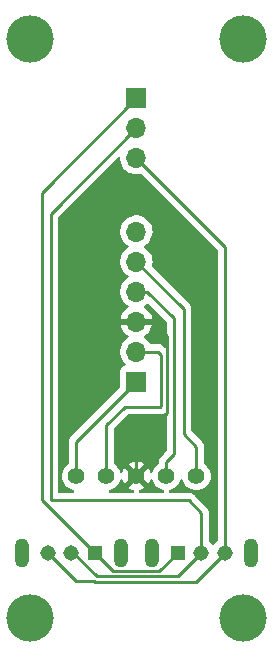
<source format=gbr>
%TF.GenerationSoftware,KiCad,Pcbnew,(6.0.7)*%
%TF.CreationDate,2023-12-15T10:10:15-08:00*%
%TF.ProjectId,NiceView-BKB-Mount,4e696365-5669-4657-972d-424b422d4d6f,rev?*%
%TF.SameCoordinates,Original*%
%TF.FileFunction,Copper,L2,Bot*%
%TF.FilePolarity,Positive*%
%FSLAX46Y46*%
G04 Gerber Fmt 4.6, Leading zero omitted, Abs format (unit mm)*
G04 Created by KiCad (PCBNEW (6.0.7)) date 2023-12-15 10:10:15*
%MOMM*%
%LPD*%
G01*
G04 APERTURE LIST*
%TA.AperFunction,ComponentPad*%
%ADD10C,4.000000*%
%TD*%
%TA.AperFunction,ComponentPad*%
%ADD11R,1.308000X1.308000*%
%TD*%
%TA.AperFunction,ComponentPad*%
%ADD12C,1.308000*%
%TD*%
%TA.AperFunction,ComponentPad*%
%ADD13O,1.230000X2.460000*%
%TD*%
%TA.AperFunction,ComponentPad*%
%ADD14C,1.397000*%
%TD*%
%TA.AperFunction,ComponentPad*%
%ADD15R,1.700000X1.700000*%
%TD*%
%TA.AperFunction,ComponentPad*%
%ADD16O,1.700000X1.700000*%
%TD*%
%TA.AperFunction,Conductor*%
%ADD17C,0.250000*%
%TD*%
G04 APERTURE END LIST*
D10*
%TO.P,TH1,*%
%TO.N,*%
X125500000Y-43750000D03*
%TD*%
D11*
%TO.P,PWR_SW1,1,A*%
%TO.N,BATT_P_IN1*%
X131000000Y-87250000D03*
D12*
%TO.P,PWR_SW1,2,B*%
%TO.N,BATT_P_OUT*%
X129000000Y-87250000D03*
%TO.P,PWR_SW1,3,C*%
%TO.N,BATT_P_IN2*%
X127000000Y-87250000D03*
D13*
%TO.P,PWR_SW1,S1*%
%TO.N,N/C*%
X133200000Y-87250000D03*
%TO.P,PWR_SW1,S2*%
X124800000Y-87250000D03*
%TD*%
D14*
%TO.P,Nice!View1,1,Pin_1*%
%TO.N,MOSI*%
X129420000Y-80750000D03*
%TO.P,Nice!View1,2,Pin_2*%
%TO.N,SCLK*%
X131960000Y-80750000D03*
%TO.P,Nice!View1,3,Pin_3*%
%TO.N,3V3*%
X134500000Y-80750000D03*
%TO.P,Nice!View1,4,Pin_4*%
%TO.N,GND*%
X137040000Y-80750000D03*
%TO.P,Nice!View1,5,Pin_5*%
%TO.N,SCS*%
X139580000Y-80750000D03*
%TD*%
D15*
%TO.P,ControllerInput1,1,Pin_1*%
%TO.N,MOSI*%
X134500000Y-72750000D03*
D16*
%TO.P,ControllerInput1,2,Pin_2*%
%TO.N,SCLK*%
X134500000Y-70210000D03*
%TO.P,ControllerInput1,3,Pin_3*%
%TO.N,3V3*%
X134500000Y-67670000D03*
%TO.P,ControllerInput1,4,Pin_4*%
%TO.N,GND*%
X134500000Y-65130000D03*
%TO.P,ControllerInput1,5,Pin_5*%
%TO.N,SCS*%
X134500000Y-62590000D03*
%TO.P,ControllerInput1,6,Pin_6*%
%TO.N,RST*%
X134500000Y-60050000D03*
%TD*%
D10*
%TO.P,TH1,*%
%TO.N,*%
X143500000Y-43750000D03*
%TD*%
D15*
%TO.P,PWR_Connectors1,1,Pin_1*%
%TO.N,BATT_P_IN1*%
X134500000Y-48750000D03*
D16*
%TO.P,PWR_Connectors1,2,Pin_2*%
%TO.N,BATT_P_OUT*%
X134500000Y-51290000D03*
%TO.P,PWR_Connectors1,3,Pin_3*%
%TO.N,BATT_P_IN2*%
X134500000Y-53830000D03*
%TD*%
D10*
%TO.P,TH1,*%
%TO.N,*%
X143500000Y-92750000D03*
%TD*%
D11*
%TO.P,PWR_SW2,1,A*%
%TO.N,BATT_P_IN1*%
X138000000Y-87250000D03*
D12*
%TO.P,PWR_SW2,2,B*%
%TO.N,BATT_P_OUT*%
X140000000Y-87250000D03*
%TO.P,PWR_SW2,3,C*%
%TO.N,BATT_P_IN2*%
X142000000Y-87250000D03*
D13*
%TO.P,PWR_SW2,S1*%
%TO.N,N/C*%
X135800000Y-87250000D03*
%TO.P,PWR_SW2,S2*%
X144200000Y-87250000D03*
%TD*%
D10*
%TO.P,TH1,*%
%TO.N,*%
X125500000Y-92750000D03*
%TD*%
D17*
%TO.N,MOSI*%
X129420000Y-77830000D02*
X134500000Y-72750000D01*
X129420000Y-80750000D02*
X129420000Y-77830000D01*
%TO.N,SCLK*%
X136600000Y-70500000D02*
X136310000Y-70210000D01*
X133500000Y-74900000D02*
X136500000Y-74900000D01*
X136500000Y-74900000D02*
X136600000Y-74800000D01*
X136310000Y-70210000D02*
X134500000Y-70210000D01*
X136600000Y-74800000D02*
X136600000Y-70500000D01*
X131960000Y-76440000D02*
X133500000Y-74900000D01*
X131960000Y-80750000D02*
X131960000Y-76440000D01*
%TO.N,3V3*%
X135870000Y-67670000D02*
X134500000Y-67670000D01*
X137100000Y-68900000D02*
X135870000Y-67670000D01*
X134500000Y-80750000D02*
X134500000Y-77000000D01*
X135500000Y-77000000D02*
X137100000Y-75400000D01*
X134500000Y-77000000D02*
X135500000Y-77000000D01*
X137100000Y-75400000D02*
X137100000Y-68900000D01*
%TO.N,GND*%
X137700000Y-67400000D02*
X135430000Y-65130000D01*
X137040000Y-79560000D02*
X137700000Y-78900000D01*
X137040000Y-80750000D02*
X137040000Y-79560000D01*
X137700000Y-78900000D02*
X137700000Y-67400000D01*
X135430000Y-65130000D02*
X134500000Y-65130000D01*
%TO.N,SCS*%
X138500000Y-66590000D02*
X134500000Y-62590000D01*
X139580000Y-78280000D02*
X138500000Y-77200000D01*
X138500000Y-77200000D02*
X138500000Y-66590000D01*
X139580000Y-80750000D02*
X139580000Y-78280000D01*
%TO.N,BATT_P_IN1*%
X131000000Y-87250000D02*
X126492000Y-82742000D01*
X132555000Y-88805000D02*
X136445000Y-88805000D01*
X136445000Y-88805000D02*
X138000000Y-87250000D01*
X126492000Y-56758000D02*
X134500000Y-48750000D01*
X126492000Y-82742000D02*
X126492000Y-56758000D01*
X131000000Y-87250000D02*
X132555000Y-88805000D01*
%TO.N,BATT_P_OUT*%
X127254000Y-58536000D02*
X134500000Y-51290000D01*
X140000000Y-83866000D02*
X138938000Y-82804000D01*
X129160000Y-87250000D02*
X131165000Y-89255000D01*
X137995000Y-89255000D02*
X140000000Y-87250000D01*
X129000000Y-87250000D02*
X129160000Y-87250000D01*
X140000000Y-87250000D02*
X140000000Y-83866000D01*
X131165000Y-89255000D02*
X137995000Y-89255000D01*
X127254000Y-82804000D02*
X127254000Y-58536000D01*
X138938000Y-82804000D02*
X127254000Y-82804000D01*
%TO.N,BATT_P_IN2*%
X142000000Y-61330000D02*
X134500000Y-53830000D01*
X129412000Y-89662000D02*
X130935604Y-89662000D01*
X142000000Y-87250000D02*
X142000000Y-61330000D01*
X127000000Y-87250000D02*
X129412000Y-89662000D01*
X130978604Y-89705000D02*
X139545000Y-89705000D01*
X139545000Y-89705000D02*
X142000000Y-87250000D01*
X130935604Y-89662000D02*
X130978604Y-89705000D01*
%TD*%
%TA.AperFunction,Conductor*%
%TO.N,3V3*%
G36*
X133058146Y-53731924D02*
G01*
X133114982Y-53774471D01*
X133139905Y-53842727D01*
X133150110Y-54019715D01*
X133151247Y-54024761D01*
X133151248Y-54024767D01*
X133171119Y-54112939D01*
X133199222Y-54237639D01*
X133283266Y-54444616D01*
X133399987Y-54635088D01*
X133546250Y-54803938D01*
X133718126Y-54946632D01*
X133911000Y-55059338D01*
X134119692Y-55139030D01*
X134124760Y-55140061D01*
X134124763Y-55140062D01*
X134232012Y-55161882D01*
X134338597Y-55183567D01*
X134343772Y-55183757D01*
X134343774Y-55183757D01*
X134556673Y-55191564D01*
X134556677Y-55191564D01*
X134561837Y-55191753D01*
X134566957Y-55191097D01*
X134566959Y-55191097D01*
X134778288Y-55164025D01*
X134778289Y-55164025D01*
X134783416Y-55163368D01*
X134788367Y-55161883D01*
X134788370Y-55161882D01*
X134829829Y-55149444D01*
X134900825Y-55149028D01*
X134955131Y-55181035D01*
X141329595Y-61555499D01*
X141363621Y-61617811D01*
X141366500Y-61644594D01*
X141366500Y-86203633D01*
X141346498Y-86271754D01*
X141315743Y-86304316D01*
X141313772Y-86305489D01*
X141153140Y-86446360D01*
X141149565Y-86450895D01*
X141149564Y-86450896D01*
X141099557Y-86514330D01*
X141041676Y-86555443D01*
X140970756Y-86558737D01*
X140909313Y-86523166D01*
X140899649Y-86511712D01*
X140871064Y-86473431D01*
X140871057Y-86473424D01*
X140867607Y-86468803D01*
X140848240Y-86450900D01*
X140714957Y-86327695D01*
X140714954Y-86327693D01*
X140710717Y-86323776D01*
X140705838Y-86320698D01*
X140705836Y-86320696D01*
X140695947Y-86314457D01*
X140692265Y-86312134D01*
X140645327Y-86258869D01*
X140633500Y-86205572D01*
X140633500Y-83944767D01*
X140634027Y-83933584D01*
X140635702Y-83926091D01*
X140633562Y-83858000D01*
X140633500Y-83854043D01*
X140633500Y-83826144D01*
X140632996Y-83822153D01*
X140632063Y-83810311D01*
X140630923Y-83774036D01*
X140630674Y-83766111D01*
X140628462Y-83758497D01*
X140628461Y-83758492D01*
X140625023Y-83746659D01*
X140621012Y-83727295D01*
X140619467Y-83715064D01*
X140618474Y-83707203D01*
X140615557Y-83699836D01*
X140615556Y-83699831D01*
X140602198Y-83666092D01*
X140598354Y-83654865D01*
X140588230Y-83620022D01*
X140586018Y-83612407D01*
X140575707Y-83594972D01*
X140567012Y-83577224D01*
X140559552Y-83558383D01*
X140533564Y-83522613D01*
X140527048Y-83512693D01*
X140508580Y-83481465D01*
X140508578Y-83481462D01*
X140504542Y-83474638D01*
X140490221Y-83460317D01*
X140477380Y-83445283D01*
X140465472Y-83428893D01*
X140431395Y-83400702D01*
X140422616Y-83392712D01*
X139441652Y-82411747D01*
X139434112Y-82403461D01*
X139430000Y-82396982D01*
X139380348Y-82350356D01*
X139377507Y-82347602D01*
X139357770Y-82327865D01*
X139354573Y-82325385D01*
X139345551Y-82317680D01*
X139319100Y-82292841D01*
X139313321Y-82287414D01*
X139306375Y-82283595D01*
X139306372Y-82283593D01*
X139295566Y-82277652D01*
X139279047Y-82266801D01*
X139278583Y-82266441D01*
X139263041Y-82254386D01*
X139255772Y-82251241D01*
X139255768Y-82251238D01*
X139222463Y-82236826D01*
X139211813Y-82231609D01*
X139173060Y-82210305D01*
X139153437Y-82205267D01*
X139134734Y-82198863D01*
X139123420Y-82193967D01*
X139123419Y-82193967D01*
X139116145Y-82190819D01*
X139108322Y-82189580D01*
X139108312Y-82189577D01*
X139072476Y-82183901D01*
X139060856Y-82181495D01*
X139025711Y-82172472D01*
X139025710Y-82172472D01*
X139018030Y-82170500D01*
X138997776Y-82170500D01*
X138978065Y-82168949D01*
X138965886Y-82167020D01*
X138958057Y-82165780D01*
X138950165Y-82166526D01*
X138914039Y-82169941D01*
X138902181Y-82170500D01*
X137359180Y-82170500D01*
X137291059Y-82150498D01*
X137244566Y-82096842D01*
X137234462Y-82026568D01*
X137263956Y-81961988D01*
X137326569Y-81922793D01*
X137449085Y-81889965D01*
X137449087Y-81889964D01*
X137454395Y-81888542D01*
X137459377Y-81886219D01*
X137640819Y-81801612D01*
X137640824Y-81801609D01*
X137645806Y-81799286D01*
X137650315Y-81796129D01*
X137814298Y-81681307D01*
X137814301Y-81681305D01*
X137818809Y-81678148D01*
X137968148Y-81528809D01*
X138089286Y-81355805D01*
X138178542Y-81164395D01*
X138179966Y-81159083D01*
X138188293Y-81128004D01*
X138225245Y-81067381D01*
X138289106Y-81036360D01*
X138359600Y-81044788D01*
X138414347Y-81089991D01*
X138431707Y-81128004D01*
X138440035Y-81159083D01*
X138441458Y-81164395D01*
X138530714Y-81355805D01*
X138651852Y-81528809D01*
X138801191Y-81678148D01*
X138805699Y-81681305D01*
X138805702Y-81681307D01*
X138969685Y-81796129D01*
X138974194Y-81799286D01*
X138979176Y-81801609D01*
X138979181Y-81801612D01*
X139160623Y-81886219D01*
X139165605Y-81888542D01*
X139170913Y-81889964D01*
X139170915Y-81889965D01*
X139364291Y-81941780D01*
X139364293Y-81941780D01*
X139369606Y-81943204D01*
X139580000Y-81961611D01*
X139790394Y-81943204D01*
X139795707Y-81941780D01*
X139795709Y-81941780D01*
X139989085Y-81889965D01*
X139989087Y-81889964D01*
X139994395Y-81888542D01*
X139999377Y-81886219D01*
X140180819Y-81801612D01*
X140180824Y-81801609D01*
X140185806Y-81799286D01*
X140190315Y-81796129D01*
X140354298Y-81681307D01*
X140354301Y-81681305D01*
X140358809Y-81678148D01*
X140508148Y-81528809D01*
X140629286Y-81355805D01*
X140718542Y-81164395D01*
X140719966Y-81159083D01*
X140771780Y-80965709D01*
X140771780Y-80965707D01*
X140773204Y-80960394D01*
X140791611Y-80750000D01*
X140773204Y-80539606D01*
X140730762Y-80381210D01*
X140719965Y-80340915D01*
X140719964Y-80340913D01*
X140718542Y-80335605D01*
X140629286Y-80144195D01*
X140508148Y-79971191D01*
X140358809Y-79821852D01*
X140267230Y-79757728D01*
X140222901Y-79702271D01*
X140213500Y-79654515D01*
X140213500Y-78358768D01*
X140214027Y-78347585D01*
X140215702Y-78340092D01*
X140213562Y-78272001D01*
X140213500Y-78268044D01*
X140213500Y-78240144D01*
X140212996Y-78236153D01*
X140212063Y-78224311D01*
X140210923Y-78188036D01*
X140210674Y-78180111D01*
X140208461Y-78172493D01*
X140205021Y-78160652D01*
X140201012Y-78141293D01*
X140200643Y-78138370D01*
X140198474Y-78121203D01*
X140195558Y-78113837D01*
X140195556Y-78113831D01*
X140182200Y-78080098D01*
X140178355Y-78068868D01*
X140168230Y-78034017D01*
X140168230Y-78034016D01*
X140166019Y-78026407D01*
X140155705Y-78008966D01*
X140147008Y-77991213D01*
X140142472Y-77979758D01*
X140139552Y-77972383D01*
X140113563Y-77936612D01*
X140107047Y-77926692D01*
X140088578Y-77895463D01*
X140084542Y-77888638D01*
X140070221Y-77874317D01*
X140057380Y-77859283D01*
X140050131Y-77849306D01*
X140045472Y-77842893D01*
X140039368Y-77837843D01*
X140039363Y-77837838D01*
X140011402Y-77814707D01*
X140002621Y-77806717D01*
X139170404Y-76974499D01*
X139136379Y-76912187D01*
X139133500Y-76885404D01*
X139133500Y-66668767D01*
X139134027Y-66657584D01*
X139135702Y-66650091D01*
X139133562Y-66582014D01*
X139133500Y-66578055D01*
X139133500Y-66550144D01*
X139132995Y-66546144D01*
X139132062Y-66534301D01*
X139130922Y-66498029D01*
X139130673Y-66490110D01*
X139125022Y-66470658D01*
X139121014Y-66451306D01*
X139119467Y-66439063D01*
X139118474Y-66431203D01*
X139115556Y-66423832D01*
X139102200Y-66390097D01*
X139098355Y-66378870D01*
X139092680Y-66359338D01*
X139086018Y-66336407D01*
X139081984Y-66329585D01*
X139081981Y-66329579D01*
X139075706Y-66318968D01*
X139067010Y-66301218D01*
X139062472Y-66289756D01*
X139062469Y-66289751D01*
X139059552Y-66282383D01*
X139033573Y-66246625D01*
X139027057Y-66236707D01*
X139008575Y-66205457D01*
X139004542Y-66198637D01*
X138990218Y-66184313D01*
X138977376Y-66169278D01*
X138972398Y-66162426D01*
X138965472Y-66152893D01*
X138931406Y-66124711D01*
X138922627Y-66116722D01*
X135851218Y-63045313D01*
X135817192Y-62983001D01*
X135819755Y-62919589D01*
X135830865Y-62883022D01*
X135832370Y-62878069D01*
X135861529Y-62656590D01*
X135863156Y-62590000D01*
X135844852Y-62367361D01*
X135790431Y-62150702D01*
X135701354Y-61945840D01*
X135580014Y-61758277D01*
X135429670Y-61593051D01*
X135425619Y-61589852D01*
X135425615Y-61589848D01*
X135258414Y-61457800D01*
X135258410Y-61457798D01*
X135254359Y-61454598D01*
X135213053Y-61431796D01*
X135163084Y-61381364D01*
X135148312Y-61311921D01*
X135173428Y-61245516D01*
X135200780Y-61218909D01*
X135267661Y-61171203D01*
X135379860Y-61091173D01*
X135538096Y-60933489D01*
X135597594Y-60850689D01*
X135665435Y-60756277D01*
X135668453Y-60752077D01*
X135767430Y-60551811D01*
X135832370Y-60338069D01*
X135861529Y-60116590D01*
X135863156Y-60050000D01*
X135844852Y-59827361D01*
X135790431Y-59610702D01*
X135701354Y-59405840D01*
X135580014Y-59218277D01*
X135429670Y-59053051D01*
X135425619Y-59049852D01*
X135425615Y-59049848D01*
X135258414Y-58917800D01*
X135258410Y-58917798D01*
X135254359Y-58914598D01*
X135058789Y-58806638D01*
X135053920Y-58804914D01*
X135053916Y-58804912D01*
X134853087Y-58733795D01*
X134853083Y-58733794D01*
X134848212Y-58732069D01*
X134843119Y-58731162D01*
X134843116Y-58731161D01*
X134633373Y-58693800D01*
X134633367Y-58693799D01*
X134628284Y-58692894D01*
X134554452Y-58691992D01*
X134410081Y-58690228D01*
X134410079Y-58690228D01*
X134404911Y-58690165D01*
X134184091Y-58723955D01*
X133971756Y-58793357D01*
X133773607Y-58896507D01*
X133769474Y-58899610D01*
X133769471Y-58899612D01*
X133745247Y-58917800D01*
X133594965Y-59030635D01*
X133440629Y-59192138D01*
X133314743Y-59376680D01*
X133220688Y-59579305D01*
X133160989Y-59794570D01*
X133137251Y-60016695D01*
X133137548Y-60021848D01*
X133137548Y-60021851D01*
X133143011Y-60116590D01*
X133150110Y-60239715D01*
X133151247Y-60244761D01*
X133151248Y-60244767D01*
X133171119Y-60332939D01*
X133199222Y-60457639D01*
X133283266Y-60664616D01*
X133399987Y-60855088D01*
X133546250Y-61023938D01*
X133718126Y-61166632D01*
X133739401Y-61179064D01*
X133791445Y-61209476D01*
X133840169Y-61261114D01*
X133853240Y-61330897D01*
X133826509Y-61396669D01*
X133786055Y-61430027D01*
X133773607Y-61436507D01*
X133769474Y-61439610D01*
X133769471Y-61439612D01*
X133745247Y-61457800D01*
X133594965Y-61570635D01*
X133440629Y-61732138D01*
X133314743Y-61916680D01*
X133220688Y-62119305D01*
X133160989Y-62334570D01*
X133137251Y-62556695D01*
X133137548Y-62561848D01*
X133137548Y-62561851D01*
X133143011Y-62656590D01*
X133150110Y-62779715D01*
X133151247Y-62784761D01*
X133151248Y-62784767D01*
X133171119Y-62872939D01*
X133199222Y-62997639D01*
X133283266Y-63204616D01*
X133399987Y-63395088D01*
X133546250Y-63563938D01*
X133718126Y-63706632D01*
X133788595Y-63747811D01*
X133791445Y-63749476D01*
X133840169Y-63801114D01*
X133853240Y-63870897D01*
X133826509Y-63936669D01*
X133786055Y-63970027D01*
X133773607Y-63976507D01*
X133769474Y-63979610D01*
X133769471Y-63979612D01*
X133599100Y-64107530D01*
X133594965Y-64110635D01*
X133440629Y-64272138D01*
X133314743Y-64456680D01*
X133220688Y-64659305D01*
X133160989Y-64874570D01*
X133137251Y-65096695D01*
X133150110Y-65319715D01*
X133151247Y-65324761D01*
X133151248Y-65324767D01*
X133175304Y-65431508D01*
X133199222Y-65537639D01*
X133283266Y-65744616D01*
X133399987Y-65935088D01*
X133546250Y-66103938D01*
X133718126Y-66246632D01*
X133768329Y-66275968D01*
X133791955Y-66289774D01*
X133840679Y-66341412D01*
X133853750Y-66411195D01*
X133827019Y-66476967D01*
X133786562Y-66510327D01*
X133778457Y-66514546D01*
X133769738Y-66520036D01*
X133599433Y-66647905D01*
X133591726Y-66654748D01*
X133444590Y-66808717D01*
X133438104Y-66816727D01*
X133318098Y-66992649D01*
X133313000Y-67001623D01*
X133223338Y-67194783D01*
X133219775Y-67204470D01*
X133164389Y-67404183D01*
X133165912Y-67412607D01*
X133178292Y-67416000D01*
X135818344Y-67416000D01*
X135831875Y-67412027D01*
X135833180Y-67402947D01*
X135791214Y-67235875D01*
X135787894Y-67226124D01*
X135702972Y-67030814D01*
X135698105Y-67021739D01*
X135582426Y-66842926D01*
X135576136Y-66834757D01*
X135432806Y-66677240D01*
X135425273Y-66670215D01*
X135258139Y-66538222D01*
X135249556Y-66532520D01*
X135212602Y-66512120D01*
X135162631Y-66461687D01*
X135147859Y-66392245D01*
X135172975Y-66325839D01*
X135200327Y-66299232D01*
X135232942Y-66275968D01*
X135379860Y-66171173D01*
X135388638Y-66162425D01*
X135451008Y-66128508D01*
X135521814Y-66133694D01*
X135566675Y-66162579D01*
X137029595Y-67625500D01*
X137063621Y-67687812D01*
X137066500Y-67714595D01*
X137066500Y-69766404D01*
X137046498Y-69834525D01*
X136992842Y-69881018D01*
X136922568Y-69891122D01*
X136857988Y-69861628D01*
X136851405Y-69855499D01*
X136813648Y-69817742D01*
X136806113Y-69809462D01*
X136802000Y-69802982D01*
X136752347Y-69756355D01*
X136749506Y-69753601D01*
X136729770Y-69733865D01*
X136726573Y-69731385D01*
X136717551Y-69723680D01*
X136691100Y-69698841D01*
X136685321Y-69693414D01*
X136678375Y-69689595D01*
X136678372Y-69689593D01*
X136667566Y-69683652D01*
X136651047Y-69672801D01*
X136650583Y-69672441D01*
X136635041Y-69660386D01*
X136627772Y-69657241D01*
X136627768Y-69657238D01*
X136594463Y-69642826D01*
X136583813Y-69637609D01*
X136545060Y-69616305D01*
X136525437Y-69611267D01*
X136506734Y-69604863D01*
X136495420Y-69599967D01*
X136495419Y-69599967D01*
X136488145Y-69596819D01*
X136480322Y-69595580D01*
X136480312Y-69595577D01*
X136444476Y-69589901D01*
X136432856Y-69587495D01*
X136397711Y-69578472D01*
X136397710Y-69578472D01*
X136390030Y-69576500D01*
X136369776Y-69576500D01*
X136350065Y-69574949D01*
X136337886Y-69573020D01*
X136330057Y-69571780D01*
X136322165Y-69572526D01*
X136286039Y-69575941D01*
X136274181Y-69576500D01*
X135776805Y-69576500D01*
X135708684Y-69556498D01*
X135671013Y-69518940D01*
X135582822Y-69382617D01*
X135582820Y-69382614D01*
X135580014Y-69378277D01*
X135429670Y-69213051D01*
X135425619Y-69209852D01*
X135425615Y-69209848D01*
X135258414Y-69077800D01*
X135258410Y-69077798D01*
X135254359Y-69074598D01*
X135212569Y-69051529D01*
X135162598Y-69001097D01*
X135147826Y-68931654D01*
X135172942Y-68865248D01*
X135200294Y-68838641D01*
X135375328Y-68713792D01*
X135383200Y-68707139D01*
X135534052Y-68556812D01*
X135540730Y-68548965D01*
X135665003Y-68376020D01*
X135670313Y-68367183D01*
X135764670Y-68176267D01*
X135768469Y-68166672D01*
X135830377Y-67962910D01*
X135832555Y-67952837D01*
X135833986Y-67941962D01*
X135831775Y-67927778D01*
X135818617Y-67924000D01*
X133183225Y-67924000D01*
X133169694Y-67927973D01*
X133168257Y-67937966D01*
X133198565Y-68072446D01*
X133201645Y-68082275D01*
X133281770Y-68279603D01*
X133286413Y-68288794D01*
X133397694Y-68470388D01*
X133403777Y-68478699D01*
X133543213Y-68639667D01*
X133550580Y-68646883D01*
X133714434Y-68782916D01*
X133722881Y-68788831D01*
X133791969Y-68829203D01*
X133840693Y-68880842D01*
X133853764Y-68950625D01*
X133827033Y-69016396D01*
X133786584Y-69049752D01*
X133773607Y-69056507D01*
X133769474Y-69059610D01*
X133769471Y-69059612D01*
X133745247Y-69077800D01*
X133594965Y-69190635D01*
X133440629Y-69352138D01*
X133314743Y-69536680D01*
X133276011Y-69620121D01*
X133239471Y-69698841D01*
X133220688Y-69739305D01*
X133160989Y-69954570D01*
X133137251Y-70176695D01*
X133150110Y-70399715D01*
X133151247Y-70404761D01*
X133151248Y-70404767D01*
X133175304Y-70511508D01*
X133199222Y-70617639D01*
X133283266Y-70824616D01*
X133399987Y-71015088D01*
X133546250Y-71183938D01*
X133550230Y-71187242D01*
X133554981Y-71191187D01*
X133594616Y-71250090D01*
X133596113Y-71321071D01*
X133558997Y-71381593D01*
X133518724Y-71406112D01*
X133403295Y-71449385D01*
X133286739Y-71536739D01*
X133199385Y-71653295D01*
X133148255Y-71789684D01*
X133141500Y-71851866D01*
X133141500Y-73160406D01*
X133121498Y-73228527D01*
X133104595Y-73249501D01*
X129027747Y-77326348D01*
X129019461Y-77333888D01*
X129012982Y-77338000D01*
X129007557Y-77343777D01*
X128966357Y-77387651D01*
X128963602Y-77390493D01*
X128943865Y-77410230D01*
X128941385Y-77413427D01*
X128933682Y-77422447D01*
X128903414Y-77454679D01*
X128899595Y-77461625D01*
X128899593Y-77461628D01*
X128893652Y-77472434D01*
X128882801Y-77488953D01*
X128870386Y-77504959D01*
X128867241Y-77512228D01*
X128867238Y-77512232D01*
X128852826Y-77545537D01*
X128847609Y-77556187D01*
X128826305Y-77594940D01*
X128824334Y-77602615D01*
X128824334Y-77602616D01*
X128821267Y-77614562D01*
X128814863Y-77633266D01*
X128806819Y-77651855D01*
X128805580Y-77659678D01*
X128805577Y-77659688D01*
X128799901Y-77695524D01*
X128797495Y-77707144D01*
X128786500Y-77749970D01*
X128786500Y-77770224D01*
X128784949Y-77789934D01*
X128781780Y-77809943D01*
X128782526Y-77817835D01*
X128785941Y-77853961D01*
X128786500Y-77865819D01*
X128786500Y-79654515D01*
X128766498Y-79722636D01*
X128732770Y-79757728D01*
X128641191Y-79821852D01*
X128491852Y-79971191D01*
X128370714Y-80144195D01*
X128281458Y-80335605D01*
X128280036Y-80340913D01*
X128280035Y-80340915D01*
X128269238Y-80381210D01*
X128226796Y-80539606D01*
X128208389Y-80750000D01*
X128226796Y-80960394D01*
X128228220Y-80965707D01*
X128228220Y-80965709D01*
X128280035Y-81159083D01*
X128281458Y-81164395D01*
X128370714Y-81355805D01*
X128491852Y-81528809D01*
X128641191Y-81678148D01*
X128645699Y-81681305D01*
X128645702Y-81681307D01*
X128809685Y-81796129D01*
X128814194Y-81799286D01*
X128819176Y-81801609D01*
X128819181Y-81801612D01*
X129000623Y-81886219D01*
X129005605Y-81888542D01*
X129010913Y-81889964D01*
X129010915Y-81889965D01*
X129133431Y-81922793D01*
X129194054Y-81959745D01*
X129225075Y-82023606D01*
X129216647Y-82094100D01*
X129171444Y-82148847D01*
X129100820Y-82170500D01*
X128013500Y-82170500D01*
X127945379Y-82150498D01*
X127898886Y-82096842D01*
X127887500Y-82044500D01*
X127887500Y-58850594D01*
X127907502Y-58782473D01*
X127924405Y-58761499D01*
X132925019Y-53760885D01*
X132987331Y-53726859D01*
X133058146Y-53731924D01*
G37*
%TD.AperFunction*%
%TA.AperFunction,Conductor*%
G36*
X137012507Y-75418470D02*
G01*
X137056977Y-75473813D01*
X137066500Y-75521867D01*
X137066500Y-78585405D01*
X137046498Y-78653526D01*
X137029595Y-78674501D01*
X136833970Y-78870125D01*
X136647742Y-79056353D01*
X136639463Y-79063887D01*
X136632982Y-79068000D01*
X136597454Y-79105834D01*
X136586357Y-79117651D01*
X136583602Y-79120493D01*
X136563865Y-79140230D01*
X136561385Y-79143427D01*
X136553682Y-79152447D01*
X136523414Y-79184679D01*
X136519595Y-79191625D01*
X136519593Y-79191628D01*
X136513652Y-79202434D01*
X136502801Y-79218953D01*
X136490386Y-79234959D01*
X136487241Y-79242228D01*
X136487238Y-79242232D01*
X136472826Y-79275537D01*
X136467609Y-79286187D01*
X136446305Y-79324940D01*
X136444334Y-79332615D01*
X136444334Y-79332616D01*
X136441267Y-79344562D01*
X136434863Y-79363266D01*
X136426819Y-79381855D01*
X136425580Y-79389678D01*
X136425577Y-79389688D01*
X136419901Y-79425524D01*
X136417495Y-79437144D01*
X136406500Y-79479970D01*
X136406500Y-79500224D01*
X136404949Y-79519934D01*
X136401780Y-79539943D01*
X136402526Y-79547835D01*
X136405941Y-79583961D01*
X136406500Y-79595819D01*
X136406500Y-79654515D01*
X136386498Y-79722636D01*
X136352770Y-79757728D01*
X136261191Y-79821852D01*
X136111852Y-79971191D01*
X135990714Y-80144195D01*
X135901458Y-80335605D01*
X135900036Y-80340911D01*
X135900033Y-80340920D01*
X135891103Y-80374247D01*
X135854151Y-80434869D01*
X135790290Y-80465890D01*
X135719796Y-80457460D01*
X135665049Y-80412257D01*
X135648127Y-80375835D01*
X135632755Y-80321328D01*
X135628636Y-80310597D01*
X135535671Y-80122083D01*
X135529665Y-80112281D01*
X135526510Y-80108056D01*
X135515251Y-80099606D01*
X135502834Y-80106377D01*
X134872021Y-80737189D01*
X134864408Y-80751132D01*
X134864539Y-80752966D01*
X134868790Y-80759580D01*
X135502611Y-81393400D01*
X135514986Y-81400157D01*
X135521566Y-81395231D01*
X135604095Y-81247865D01*
X135608771Y-81237362D01*
X135649754Y-81116630D01*
X135690591Y-81058554D01*
X135756344Y-81031775D01*
X135826136Y-81044796D01*
X135877809Y-81093483D01*
X135890774Y-81124521D01*
X135900034Y-81159083D01*
X135900035Y-81159085D01*
X135901458Y-81164395D01*
X135990714Y-81355805D01*
X136111852Y-81528809D01*
X136261191Y-81678148D01*
X136265699Y-81681305D01*
X136265702Y-81681307D01*
X136429685Y-81796129D01*
X136434194Y-81799286D01*
X136439176Y-81801609D01*
X136439181Y-81801612D01*
X136620623Y-81886219D01*
X136625605Y-81888542D01*
X136630913Y-81889964D01*
X136630915Y-81889965D01*
X136753431Y-81922793D01*
X136814054Y-81959745D01*
X136845075Y-82023606D01*
X136836647Y-82094100D01*
X136791444Y-82148847D01*
X136720820Y-82170500D01*
X134832207Y-82170500D01*
X134764086Y-82150498D01*
X134717593Y-82096842D01*
X134707489Y-82026568D01*
X134736983Y-81961988D01*
X134791706Y-81925187D01*
X134987362Y-81858771D01*
X134997865Y-81854095D01*
X135140404Y-81774270D01*
X135150266Y-81764194D01*
X135147311Y-81756522D01*
X134512811Y-81122021D01*
X134498868Y-81114408D01*
X134497034Y-81114539D01*
X134490420Y-81118790D01*
X133858239Y-81750972D01*
X133852046Y-81762314D01*
X133861928Y-81774803D01*
X133917041Y-81811627D01*
X133927146Y-81817114D01*
X134120267Y-81900086D01*
X134131210Y-81903641D01*
X134210607Y-81921607D01*
X134272634Y-81956150D01*
X134306138Y-82018743D01*
X134300484Y-82089514D01*
X134257465Y-82145994D01*
X134190741Y-82170249D01*
X134182799Y-82170500D01*
X132279180Y-82170500D01*
X132211059Y-82150498D01*
X132164566Y-82096842D01*
X132154462Y-82026568D01*
X132183956Y-81961988D01*
X132246569Y-81922793D01*
X132369085Y-81889965D01*
X132369087Y-81889964D01*
X132374395Y-81888542D01*
X132379377Y-81886219D01*
X132560819Y-81801612D01*
X132560824Y-81801609D01*
X132565806Y-81799286D01*
X132570315Y-81796129D01*
X132734298Y-81681307D01*
X132734301Y-81681305D01*
X132738809Y-81678148D01*
X132888148Y-81528809D01*
X133009286Y-81355805D01*
X133098542Y-81164395D01*
X133099965Y-81159085D01*
X133099967Y-81159080D01*
X133107983Y-81129164D01*
X133144935Y-81068542D01*
X133208796Y-81037521D01*
X133279290Y-81045951D01*
X133334037Y-81091154D01*
X133351812Y-81130763D01*
X133356408Y-81148861D01*
X133360250Y-81159710D01*
X133448247Y-81350592D01*
X133453996Y-81360549D01*
X133475112Y-81390427D01*
X133485702Y-81398816D01*
X133499001Y-81391788D01*
X134127979Y-80762811D01*
X134135592Y-80748868D01*
X134135461Y-80747034D01*
X134131210Y-80740420D01*
X133495603Y-80104814D01*
X133483228Y-80098057D01*
X133477262Y-80102523D01*
X133383256Y-80281198D01*
X133378851Y-80291832D01*
X133351329Y-80380466D01*
X133312025Y-80439591D01*
X133246996Y-80468082D01*
X133176887Y-80456892D01*
X133123957Y-80409575D01*
X133109289Y-80375713D01*
X133099965Y-80340915D01*
X133099964Y-80340913D01*
X133098542Y-80335605D01*
X133009286Y-80144195D01*
X132888148Y-79971191D01*
X132738809Y-79821852D01*
X132647230Y-79757728D01*
X132630508Y-79736808D01*
X133850921Y-79736808D01*
X133854407Y-79745196D01*
X134487189Y-80377979D01*
X134501132Y-80385592D01*
X134502966Y-80385461D01*
X134509580Y-80381210D01*
X135141700Y-79749089D01*
X135148457Y-79736714D01*
X135142427Y-79728658D01*
X135054972Y-79673478D01*
X135044721Y-79668254D01*
X134849497Y-79590368D01*
X134838469Y-79587101D01*
X134632322Y-79546096D01*
X134620875Y-79544893D01*
X134410716Y-79542142D01*
X134399236Y-79543045D01*
X134192087Y-79578640D01*
X134180979Y-79581617D01*
X133983782Y-79654366D01*
X133973400Y-79659318D01*
X133860519Y-79726475D01*
X133850921Y-79736808D01*
X132630508Y-79736808D01*
X132602901Y-79702271D01*
X132593500Y-79654515D01*
X132593500Y-76754594D01*
X132613502Y-76686473D01*
X132630405Y-76665499D01*
X133725500Y-75570405D01*
X133787812Y-75536379D01*
X133814595Y-75533500D01*
X136421233Y-75533500D01*
X136432416Y-75534027D01*
X136439909Y-75535702D01*
X136447835Y-75535453D01*
X136447836Y-75535453D01*
X136507986Y-75533562D01*
X136511945Y-75533500D01*
X136539856Y-75533500D01*
X136543791Y-75533003D01*
X136543856Y-75532995D01*
X136555693Y-75532062D01*
X136587951Y-75531048D01*
X136591970Y-75530922D01*
X136599889Y-75530673D01*
X136619343Y-75525021D01*
X136638700Y-75521013D01*
X136650930Y-75519468D01*
X136650931Y-75519468D01*
X136658797Y-75518474D01*
X136666168Y-75515555D01*
X136666170Y-75515555D01*
X136699912Y-75502196D01*
X136711142Y-75498351D01*
X136745983Y-75488229D01*
X136745984Y-75488229D01*
X136753593Y-75486018D01*
X136760412Y-75481985D01*
X136760417Y-75481983D01*
X136771028Y-75475707D01*
X136788776Y-75467012D01*
X136807617Y-75459552D01*
X136843387Y-75433564D01*
X136853306Y-75427049D01*
X136876359Y-75413415D01*
X136945175Y-75395954D01*
X137012507Y-75418470D01*
G37*
%TD.AperFunction*%
%TD*%
M02*

</source>
